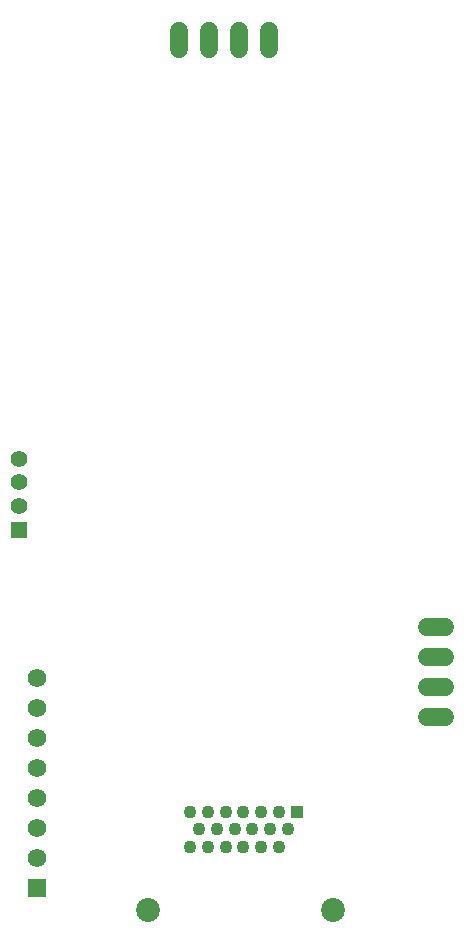
<source format=gbr>
G04 EAGLE Gerber RS-274X export*
G75*
%MOMM*%
%FSLAX34Y34*%
%LPD*%
%INTop Copper*%
%IPPOS*%
%AMOC8*
5,1,8,0,0,1.08239X$1,22.5*%
G01*
G04 Define Apertures*
%ADD10C,1.524000*%
%ADD11C,1.088000*%
%ADD12C,2.025000*%
%ADD13R,1.088000X1.088000*%
%ADD14R,1.560000X1.560000*%
%ADD15C,1.560000*%
%ADD16R,1.408000X1.408000*%
%ADD17C,1.408000*%
D10*
X396740Y189400D02*
X381500Y189400D01*
X381500Y214800D02*
X396740Y214800D01*
X396740Y240200D02*
X381500Y240200D01*
X381500Y265600D02*
X396740Y265600D01*
D11*
X226434Y79570D03*
X241434Y79570D03*
X256434Y79570D03*
X211434Y79570D03*
X196434Y79570D03*
X181434Y79570D03*
X233934Y94570D03*
X248934Y94570D03*
X263934Y94570D03*
X218934Y94570D03*
X203934Y94570D03*
X188934Y94570D03*
X226434Y109570D03*
X241434Y109570D03*
X256434Y109570D03*
X211434Y109570D03*
X196434Y109570D03*
X181434Y109570D03*
D12*
X145434Y26570D03*
X302434Y26570D03*
D13*
X271434Y109570D03*
D14*
X51860Y44700D03*
D15*
X51860Y70100D03*
X51860Y95500D03*
X51860Y120900D03*
X51860Y146300D03*
X51860Y171700D03*
X51860Y197100D03*
X51860Y222500D03*
D10*
X172100Y754880D02*
X172100Y770120D01*
X197500Y770120D02*
X197500Y754880D01*
X222900Y754880D02*
X222900Y770120D01*
X248300Y770120D02*
X248300Y754880D01*
D16*
X36800Y348300D03*
D17*
X36800Y368300D03*
X36800Y388300D03*
X36800Y408300D03*
M02*

</source>
